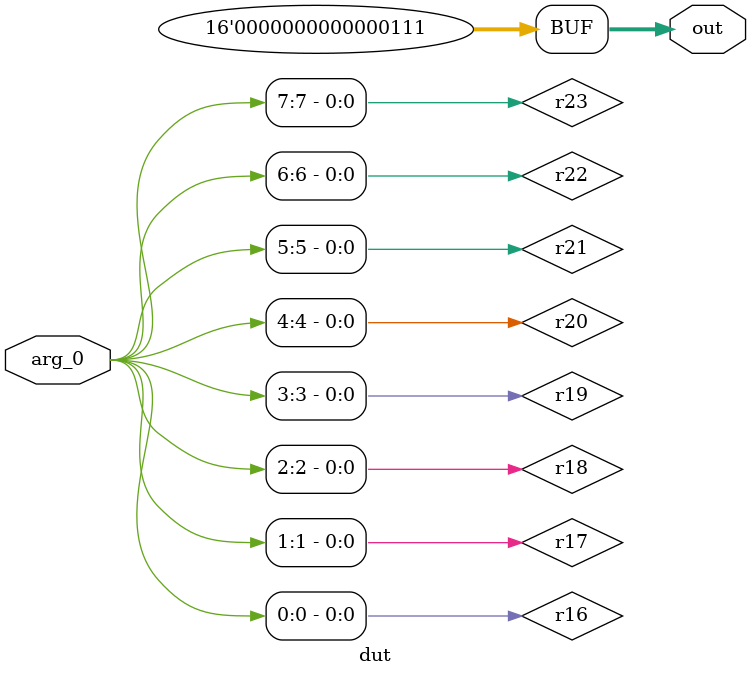
<source format=v>
module testbench();
    wire [15:0] out;
    reg [7:0] arg_0;
    dut t (.out(out),.arg_0(arg_0));
    initial begin
        arg_0 = 8'b00000000;
        #0;
        if (16'b0000000000000111 !== out) begin
            $display("ASSERTION FAILED 0x%0h !== 0x%0h CASE 0", 16'b0000000000000111, out);
            $finish;
        end
        arg_0 = 8'b00000001;
        #0;
        if (16'b0000000000000111 !== out) begin
            $display("ASSERTION FAILED 0x%0h !== 0x%0h CASE 1", 16'b0000000000000111, out);
            $finish;
        end
        arg_0 = 8'b00000010;
        #0;
        if (16'b0000000000000111 !== out) begin
            $display("ASSERTION FAILED 0x%0h !== 0x%0h CASE 2", 16'b0000000000000111, out);
            $finish;
        end
        arg_0 = 8'b00000011;
        #0;
        if (16'b0000000000000111 !== out) begin
            $display("ASSERTION FAILED 0x%0h !== 0x%0h CASE 3", 16'b0000000000000111, out);
            $finish;
        end
        arg_0 = 8'b00000100;
        #0;
        if (16'b0000000000000111 !== out) begin
            $display("ASSERTION FAILED 0x%0h !== 0x%0h CASE 4", 16'b0000000000000111, out);
            $finish;
        end
        arg_0 = 8'b00000101;
        #0;
        if (16'b0000000000000111 !== out) begin
            $display("ASSERTION FAILED 0x%0h !== 0x%0h CASE 5", 16'b0000000000000111, out);
            $finish;
        end
        arg_0 = 8'b00000110;
        #0;
        if (16'b0000000000000111 !== out) begin
            $display("ASSERTION FAILED 0x%0h !== 0x%0h CASE 6", 16'b0000000000000111, out);
            $finish;
        end
        arg_0 = 8'b00000111;
        #0;
        if (16'b0000000000000111 !== out) begin
            $display("ASSERTION FAILED 0x%0h !== 0x%0h CASE 7", 16'b0000000000000111, out);
            $finish;
        end
        arg_0 = 8'b00001000;
        #0;
        if (16'b0000000000000111 !== out) begin
            $display("ASSERTION FAILED 0x%0h !== 0x%0h CASE 8", 16'b0000000000000111, out);
            $finish;
        end
        arg_0 = 8'b00001001;
        #0;
        if (16'b0000000000000111 !== out) begin
            $display("ASSERTION FAILED 0x%0h !== 0x%0h CASE 9", 16'b0000000000000111, out);
            $finish;
        end
        arg_0 = 8'b00001010;
        #0;
        if (16'b0000000000000111 !== out) begin
            $display("ASSERTION FAILED 0x%0h !== 0x%0h CASE 10", 16'b0000000000000111, out);
            $finish;
        end
        arg_0 = 8'b00001011;
        #0;
        if (16'b0000000000000111 !== out) begin
            $display("ASSERTION FAILED 0x%0h !== 0x%0h CASE 11", 16'b0000000000000111, out);
            $finish;
        end
        arg_0 = 8'b00001100;
        #0;
        if (16'b0000000000000111 !== out) begin
            $display("ASSERTION FAILED 0x%0h !== 0x%0h CASE 12", 16'b0000000000000111, out);
            $finish;
        end
        arg_0 = 8'b00001101;
        #0;
        if (16'b0000000000000111 !== out) begin
            $display("ASSERTION FAILED 0x%0h !== 0x%0h CASE 13", 16'b0000000000000111, out);
            $finish;
        end
        arg_0 = 8'b00001110;
        #0;
        if (16'b0000000000000111 !== out) begin
            $display("ASSERTION FAILED 0x%0h !== 0x%0h CASE 14", 16'b0000000000000111, out);
            $finish;
        end
        arg_0 = 8'b00001111;
        #0;
        if (16'b0000000000000111 !== out) begin
            $display("ASSERTION FAILED 0x%0h !== 0x%0h CASE 15", 16'b0000000000000111, out);
            $finish;
        end
        arg_0 = 8'b00010000;
        #0;
        if (16'b0000000000000111 !== out) begin
            $display("ASSERTION FAILED 0x%0h !== 0x%0h CASE 16", 16'b0000000000000111, out);
            $finish;
        end
        arg_0 = 8'b00010001;
        #0;
        if (16'b0000000000000111 !== out) begin
            $display("ASSERTION FAILED 0x%0h !== 0x%0h CASE 17", 16'b0000000000000111, out);
            $finish;
        end
        arg_0 = 8'b00010010;
        #0;
        if (16'b0000000000000111 !== out) begin
            $display("ASSERTION FAILED 0x%0h !== 0x%0h CASE 18", 16'b0000000000000111, out);
            $finish;
        end
        arg_0 = 8'b00010011;
        #0;
        if (16'b0000000000000111 !== out) begin
            $display("ASSERTION FAILED 0x%0h !== 0x%0h CASE 19", 16'b0000000000000111, out);
            $finish;
        end
        arg_0 = 8'b00010100;
        #0;
        if (16'b0000000000000111 !== out) begin
            $display("ASSERTION FAILED 0x%0h !== 0x%0h CASE 20", 16'b0000000000000111, out);
            $finish;
        end
        arg_0 = 8'b00010101;
        #0;
        if (16'b0000000000000111 !== out) begin
            $display("ASSERTION FAILED 0x%0h !== 0x%0h CASE 21", 16'b0000000000000111, out);
            $finish;
        end
        arg_0 = 8'b00010110;
        #0;
        if (16'b0000000000000111 !== out) begin
            $display("ASSERTION FAILED 0x%0h !== 0x%0h CASE 22", 16'b0000000000000111, out);
            $finish;
        end
        arg_0 = 8'b00010111;
        #0;
        if (16'b0000000000000111 !== out) begin
            $display("ASSERTION FAILED 0x%0h !== 0x%0h CASE 23", 16'b0000000000000111, out);
            $finish;
        end
        arg_0 = 8'b00011000;
        #0;
        if (16'b0000000000000111 !== out) begin
            $display("ASSERTION FAILED 0x%0h !== 0x%0h CASE 24", 16'b0000000000000111, out);
            $finish;
        end
        arg_0 = 8'b00011001;
        #0;
        if (16'b0000000000000111 !== out) begin
            $display("ASSERTION FAILED 0x%0h !== 0x%0h CASE 25", 16'b0000000000000111, out);
            $finish;
        end
        arg_0 = 8'b00011010;
        #0;
        if (16'b0000000000000111 !== out) begin
            $display("ASSERTION FAILED 0x%0h !== 0x%0h CASE 26", 16'b0000000000000111, out);
            $finish;
        end
        arg_0 = 8'b00011011;
        #0;
        if (16'b0000000000000111 !== out) begin
            $display("ASSERTION FAILED 0x%0h !== 0x%0h CASE 27", 16'b0000000000000111, out);
            $finish;
        end
        arg_0 = 8'b00011100;
        #0;
        if (16'b0000000000000111 !== out) begin
            $display("ASSERTION FAILED 0x%0h !== 0x%0h CASE 28", 16'b0000000000000111, out);
            $finish;
        end
        arg_0 = 8'b00011101;
        #0;
        if (16'b0000000000000111 !== out) begin
            $display("ASSERTION FAILED 0x%0h !== 0x%0h CASE 29", 16'b0000000000000111, out);
            $finish;
        end
        arg_0 = 8'b00011110;
        #0;
        if (16'b0000000000000111 !== out) begin
            $display("ASSERTION FAILED 0x%0h !== 0x%0h CASE 30", 16'b0000000000000111, out);
            $finish;
        end
        arg_0 = 8'b00011111;
        #0;
        if (16'b0000000000000111 !== out) begin
            $display("ASSERTION FAILED 0x%0h !== 0x%0h CASE 31", 16'b0000000000000111, out);
            $finish;
        end
        arg_0 = 8'b00100000;
        #0;
        if (16'b0000000000000111 !== out) begin
            $display("ASSERTION FAILED 0x%0h !== 0x%0h CASE 32", 16'b0000000000000111, out);
            $finish;
        end
        arg_0 = 8'b00100001;
        #0;
        if (16'b0000000000000111 !== out) begin
            $display("ASSERTION FAILED 0x%0h !== 0x%0h CASE 33", 16'b0000000000000111, out);
            $finish;
        end
        arg_0 = 8'b00100010;
        #0;
        if (16'b0000000000000111 !== out) begin
            $display("ASSERTION FAILED 0x%0h !== 0x%0h CASE 34", 16'b0000000000000111, out);
            $finish;
        end
        arg_0 = 8'b00100011;
        #0;
        if (16'b0000000000000111 !== out) begin
            $display("ASSERTION FAILED 0x%0h !== 0x%0h CASE 35", 16'b0000000000000111, out);
            $finish;
        end
        arg_0 = 8'b00100100;
        #0;
        if (16'b0000000000000111 !== out) begin
            $display("ASSERTION FAILED 0x%0h !== 0x%0h CASE 36", 16'b0000000000000111, out);
            $finish;
        end
        arg_0 = 8'b00100101;
        #0;
        if (16'b0000000000000111 !== out) begin
            $display("ASSERTION FAILED 0x%0h !== 0x%0h CASE 37", 16'b0000000000000111, out);
            $finish;
        end
        arg_0 = 8'b00100110;
        #0;
        if (16'b0000000000000111 !== out) begin
            $display("ASSERTION FAILED 0x%0h !== 0x%0h CASE 38", 16'b0000000000000111, out);
            $finish;
        end
        arg_0 = 8'b00100111;
        #0;
        if (16'b0000000000000111 !== out) begin
            $display("ASSERTION FAILED 0x%0h !== 0x%0h CASE 39", 16'b0000000000000111, out);
            $finish;
        end
        arg_0 = 8'b00101000;
        #0;
        if (16'b0000000000000111 !== out) begin
            $display("ASSERTION FAILED 0x%0h !== 0x%0h CASE 40", 16'b0000000000000111, out);
            $finish;
        end
        arg_0 = 8'b00101001;
        #0;
        if (16'b0000000000000111 !== out) begin
            $display("ASSERTION FAILED 0x%0h !== 0x%0h CASE 41", 16'b0000000000000111, out);
            $finish;
        end
        arg_0 = 8'b00101010;
        #0;
        if (16'b0000000000000111 !== out) begin
            $display("ASSERTION FAILED 0x%0h !== 0x%0h CASE 42", 16'b0000000000000111, out);
            $finish;
        end
        arg_0 = 8'b00101011;
        #0;
        if (16'b0000000000000111 !== out) begin
            $display("ASSERTION FAILED 0x%0h !== 0x%0h CASE 43", 16'b0000000000000111, out);
            $finish;
        end
        arg_0 = 8'b00101100;
        #0;
        if (16'b0000000000000111 !== out) begin
            $display("ASSERTION FAILED 0x%0h !== 0x%0h CASE 44", 16'b0000000000000111, out);
            $finish;
        end
        arg_0 = 8'b00101101;
        #0;
        if (16'b0000000000000111 !== out) begin
            $display("ASSERTION FAILED 0x%0h !== 0x%0h CASE 45", 16'b0000000000000111, out);
            $finish;
        end
        arg_0 = 8'b00101110;
        #0;
        if (16'b0000000000000111 !== out) begin
            $display("ASSERTION FAILED 0x%0h !== 0x%0h CASE 46", 16'b0000000000000111, out);
            $finish;
        end
        arg_0 = 8'b00101111;
        #0;
        if (16'b0000000000000111 !== out) begin
            $display("ASSERTION FAILED 0x%0h !== 0x%0h CASE 47", 16'b0000000000000111, out);
            $finish;
        end
        arg_0 = 8'b00110000;
        #0;
        if (16'b0000000000000111 !== out) begin
            $display("ASSERTION FAILED 0x%0h !== 0x%0h CASE 48", 16'b0000000000000111, out);
            $finish;
        end
        arg_0 = 8'b00110001;
        #0;
        if (16'b0000000000000111 !== out) begin
            $display("ASSERTION FAILED 0x%0h !== 0x%0h CASE 49", 16'b0000000000000111, out);
            $finish;
        end
        arg_0 = 8'b00110010;
        #0;
        if (16'b0000000000000111 !== out) begin
            $display("ASSERTION FAILED 0x%0h !== 0x%0h CASE 50", 16'b0000000000000111, out);
            $finish;
        end
        arg_0 = 8'b00110011;
        #0;
        if (16'b0000000000000111 !== out) begin
            $display("ASSERTION FAILED 0x%0h !== 0x%0h CASE 51", 16'b0000000000000111, out);
            $finish;
        end
        arg_0 = 8'b00110100;
        #0;
        if (16'b0000000000000111 !== out) begin
            $display("ASSERTION FAILED 0x%0h !== 0x%0h CASE 52", 16'b0000000000000111, out);
            $finish;
        end
        arg_0 = 8'b00110101;
        #0;
        if (16'b0000000000000111 !== out) begin
            $display("ASSERTION FAILED 0x%0h !== 0x%0h CASE 53", 16'b0000000000000111, out);
            $finish;
        end
        arg_0 = 8'b00110110;
        #0;
        if (16'b0000000000000111 !== out) begin
            $display("ASSERTION FAILED 0x%0h !== 0x%0h CASE 54", 16'b0000000000000111, out);
            $finish;
        end
        arg_0 = 8'b00110111;
        #0;
        if (16'b0000000000000111 !== out) begin
            $display("ASSERTION FAILED 0x%0h !== 0x%0h CASE 55", 16'b0000000000000111, out);
            $finish;
        end
        arg_0 = 8'b00111000;
        #0;
        if (16'b0000000000000111 !== out) begin
            $display("ASSERTION FAILED 0x%0h !== 0x%0h CASE 56", 16'b0000000000000111, out);
            $finish;
        end
        arg_0 = 8'b00111001;
        #0;
        if (16'b0000000000000111 !== out) begin
            $display("ASSERTION FAILED 0x%0h !== 0x%0h CASE 57", 16'b0000000000000111, out);
            $finish;
        end
        arg_0 = 8'b00111010;
        #0;
        if (16'b0000000000000111 !== out) begin
            $display("ASSERTION FAILED 0x%0h !== 0x%0h CASE 58", 16'b0000000000000111, out);
            $finish;
        end
        arg_0 = 8'b00111011;
        #0;
        if (16'b0000000000000111 !== out) begin
            $display("ASSERTION FAILED 0x%0h !== 0x%0h CASE 59", 16'b0000000000000111, out);
            $finish;
        end
        arg_0 = 8'b00111100;
        #0;
        if (16'b0000000000000111 !== out) begin
            $display("ASSERTION FAILED 0x%0h !== 0x%0h CASE 60", 16'b0000000000000111, out);
            $finish;
        end
        arg_0 = 8'b00111101;
        #0;
        if (16'b0000000000000111 !== out) begin
            $display("ASSERTION FAILED 0x%0h !== 0x%0h CASE 61", 16'b0000000000000111, out);
            $finish;
        end
        arg_0 = 8'b00111110;
        #0;
        if (16'b0000000000000111 !== out) begin
            $display("ASSERTION FAILED 0x%0h !== 0x%0h CASE 62", 16'b0000000000000111, out);
            $finish;
        end
        arg_0 = 8'b00111111;
        #0;
        if (16'b0000000000000111 !== out) begin
            $display("ASSERTION FAILED 0x%0h !== 0x%0h CASE 63", 16'b0000000000000111, out);
            $finish;
        end
        arg_0 = 8'b01000000;
        #0;
        if (16'b0000000000000111 !== out) begin
            $display("ASSERTION FAILED 0x%0h !== 0x%0h CASE 64", 16'b0000000000000111, out);
            $finish;
        end
        arg_0 = 8'b01000001;
        #0;
        if (16'b0000000000000111 !== out) begin
            $display("ASSERTION FAILED 0x%0h !== 0x%0h CASE 65", 16'b0000000000000111, out);
            $finish;
        end
        arg_0 = 8'b01000010;
        #0;
        if (16'b0000000000000111 !== out) begin
            $display("ASSERTION FAILED 0x%0h !== 0x%0h CASE 66", 16'b0000000000000111, out);
            $finish;
        end
        arg_0 = 8'b01000011;
        #0;
        if (16'b0000000000000111 !== out) begin
            $display("ASSERTION FAILED 0x%0h !== 0x%0h CASE 67", 16'b0000000000000111, out);
            $finish;
        end
        arg_0 = 8'b01000100;
        #0;
        if (16'b0000000000000111 !== out) begin
            $display("ASSERTION FAILED 0x%0h !== 0x%0h CASE 68", 16'b0000000000000111, out);
            $finish;
        end
        arg_0 = 8'b01000101;
        #0;
        if (16'b0000000000000111 !== out) begin
            $display("ASSERTION FAILED 0x%0h !== 0x%0h CASE 69", 16'b0000000000000111, out);
            $finish;
        end
        arg_0 = 8'b01000110;
        #0;
        if (16'b0000000000000111 !== out) begin
            $display("ASSERTION FAILED 0x%0h !== 0x%0h CASE 70", 16'b0000000000000111, out);
            $finish;
        end
        arg_0 = 8'b01000111;
        #0;
        if (16'b0000000000000111 !== out) begin
            $display("ASSERTION FAILED 0x%0h !== 0x%0h CASE 71", 16'b0000000000000111, out);
            $finish;
        end
        arg_0 = 8'b01001000;
        #0;
        if (16'b0000000000000111 !== out) begin
            $display("ASSERTION FAILED 0x%0h !== 0x%0h CASE 72", 16'b0000000000000111, out);
            $finish;
        end
        arg_0 = 8'b01001001;
        #0;
        if (16'b0000000000000111 !== out) begin
            $display("ASSERTION FAILED 0x%0h !== 0x%0h CASE 73", 16'b0000000000000111, out);
            $finish;
        end
        arg_0 = 8'b01001010;
        #0;
        if (16'b0000000000000111 !== out) begin
            $display("ASSERTION FAILED 0x%0h !== 0x%0h CASE 74", 16'b0000000000000111, out);
            $finish;
        end
        arg_0 = 8'b01001011;
        #0;
        if (16'b0000000000000111 !== out) begin
            $display("ASSERTION FAILED 0x%0h !== 0x%0h CASE 75", 16'b0000000000000111, out);
            $finish;
        end
        arg_0 = 8'b01001100;
        #0;
        if (16'b0000000000000111 !== out) begin
            $display("ASSERTION FAILED 0x%0h !== 0x%0h CASE 76", 16'b0000000000000111, out);
            $finish;
        end
        arg_0 = 8'b01001101;
        #0;
        if (16'b0000000000000111 !== out) begin
            $display("ASSERTION FAILED 0x%0h !== 0x%0h CASE 77", 16'b0000000000000111, out);
            $finish;
        end
        arg_0 = 8'b01001110;
        #0;
        if (16'b0000000000000111 !== out) begin
            $display("ASSERTION FAILED 0x%0h !== 0x%0h CASE 78", 16'b0000000000000111, out);
            $finish;
        end
        arg_0 = 8'b01001111;
        #0;
        if (16'b0000000000000111 !== out) begin
            $display("ASSERTION FAILED 0x%0h !== 0x%0h CASE 79", 16'b0000000000000111, out);
            $finish;
        end
        arg_0 = 8'b01010000;
        #0;
        if (16'b0000000000000111 !== out) begin
            $display("ASSERTION FAILED 0x%0h !== 0x%0h CASE 80", 16'b0000000000000111, out);
            $finish;
        end
        arg_0 = 8'b01010001;
        #0;
        if (16'b0000000000000111 !== out) begin
            $display("ASSERTION FAILED 0x%0h !== 0x%0h CASE 81", 16'b0000000000000111, out);
            $finish;
        end
        arg_0 = 8'b01010010;
        #0;
        if (16'b0000000000000111 !== out) begin
            $display("ASSERTION FAILED 0x%0h !== 0x%0h CASE 82", 16'b0000000000000111, out);
            $finish;
        end
        arg_0 = 8'b01010011;
        #0;
        if (16'b0000000000000111 !== out) begin
            $display("ASSERTION FAILED 0x%0h !== 0x%0h CASE 83", 16'b0000000000000111, out);
            $finish;
        end
        arg_0 = 8'b01010100;
        #0;
        if (16'b0000000000000111 !== out) begin
            $display("ASSERTION FAILED 0x%0h !== 0x%0h CASE 84", 16'b0000000000000111, out);
            $finish;
        end
        arg_0 = 8'b01010101;
        #0;
        if (16'b0000000000000111 !== out) begin
            $display("ASSERTION FAILED 0x%0h !== 0x%0h CASE 85", 16'b0000000000000111, out);
            $finish;
        end
        arg_0 = 8'b01010110;
        #0;
        if (16'b0000000000000111 !== out) begin
            $display("ASSERTION FAILED 0x%0h !== 0x%0h CASE 86", 16'b0000000000000111, out);
            $finish;
        end
        arg_0 = 8'b01010111;
        #0;
        if (16'b0000000000000111 !== out) begin
            $display("ASSERTION FAILED 0x%0h !== 0x%0h CASE 87", 16'b0000000000000111, out);
            $finish;
        end
        arg_0 = 8'b01011000;
        #0;
        if (16'b0000000000000111 !== out) begin
            $display("ASSERTION FAILED 0x%0h !== 0x%0h CASE 88", 16'b0000000000000111, out);
            $finish;
        end
        arg_0 = 8'b01011001;
        #0;
        if (16'b0000000000000111 !== out) begin
            $display("ASSERTION FAILED 0x%0h !== 0x%0h CASE 89", 16'b0000000000000111, out);
            $finish;
        end
        arg_0 = 8'b01011010;
        #0;
        if (16'b0000000000000111 !== out) begin
            $display("ASSERTION FAILED 0x%0h !== 0x%0h CASE 90", 16'b0000000000000111, out);
            $finish;
        end
        arg_0 = 8'b01011011;
        #0;
        if (16'b0000000000000111 !== out) begin
            $display("ASSERTION FAILED 0x%0h !== 0x%0h CASE 91", 16'b0000000000000111, out);
            $finish;
        end
        arg_0 = 8'b01011100;
        #0;
        if (16'b0000000000000111 !== out) begin
            $display("ASSERTION FAILED 0x%0h !== 0x%0h CASE 92", 16'b0000000000000111, out);
            $finish;
        end
        arg_0 = 8'b01011101;
        #0;
        if (16'b0000000000000111 !== out) begin
            $display("ASSERTION FAILED 0x%0h !== 0x%0h CASE 93", 16'b0000000000000111, out);
            $finish;
        end
        arg_0 = 8'b01011110;
        #0;
        if (16'b0000000000000111 !== out) begin
            $display("ASSERTION FAILED 0x%0h !== 0x%0h CASE 94", 16'b0000000000000111, out);
            $finish;
        end
        arg_0 = 8'b01011111;
        #0;
        if (16'b0000000000000111 !== out) begin
            $display("ASSERTION FAILED 0x%0h !== 0x%0h CASE 95", 16'b0000000000000111, out);
            $finish;
        end
        arg_0 = 8'b01100000;
        #0;
        if (16'b0000000000000111 !== out) begin
            $display("ASSERTION FAILED 0x%0h !== 0x%0h CASE 96", 16'b0000000000000111, out);
            $finish;
        end
        arg_0 = 8'b01100001;
        #0;
        if (16'b0000000000000111 !== out) begin
            $display("ASSERTION FAILED 0x%0h !== 0x%0h CASE 97", 16'b0000000000000111, out);
            $finish;
        end
        arg_0 = 8'b01100010;
        #0;
        if (16'b0000000000000111 !== out) begin
            $display("ASSERTION FAILED 0x%0h !== 0x%0h CASE 98", 16'b0000000000000111, out);
            $finish;
        end
        arg_0 = 8'b01100011;
        #0;
        if (16'b0000000000000111 !== out) begin
            $display("ASSERTION FAILED 0x%0h !== 0x%0h CASE 99", 16'b0000000000000111, out);
            $finish;
        end
        arg_0 = 8'b01100100;
        #0;
        if (16'b0000000000000111 !== out) begin
            $display("ASSERTION FAILED 0x%0h !== 0x%0h CASE 100", 16'b0000000000000111, out);
            $finish;
        end
        arg_0 = 8'b01100101;
        #0;
        if (16'b0000000000000111 !== out) begin
            $display("ASSERTION FAILED 0x%0h !== 0x%0h CASE 101", 16'b0000000000000111, out);
            $finish;
        end
        arg_0 = 8'b01100110;
        #0;
        if (16'b0000000000000111 !== out) begin
            $display("ASSERTION FAILED 0x%0h !== 0x%0h CASE 102", 16'b0000000000000111, out);
            $finish;
        end
        arg_0 = 8'b01100111;
        #0;
        if (16'b0000000000000111 !== out) begin
            $display("ASSERTION FAILED 0x%0h !== 0x%0h CASE 103", 16'b0000000000000111, out);
            $finish;
        end
        arg_0 = 8'b01101000;
        #0;
        if (16'b0000000000000111 !== out) begin
            $display("ASSERTION FAILED 0x%0h !== 0x%0h CASE 104", 16'b0000000000000111, out);
            $finish;
        end
        arg_0 = 8'b01101001;
        #0;
        if (16'b0000000000000111 !== out) begin
            $display("ASSERTION FAILED 0x%0h !== 0x%0h CASE 105", 16'b0000000000000111, out);
            $finish;
        end
        arg_0 = 8'b01101010;
        #0;
        if (16'b0000000000000111 !== out) begin
            $display("ASSERTION FAILED 0x%0h !== 0x%0h CASE 106", 16'b0000000000000111, out);
            $finish;
        end
        arg_0 = 8'b01101011;
        #0;
        if (16'b0000000000000111 !== out) begin
            $display("ASSERTION FAILED 0x%0h !== 0x%0h CASE 107", 16'b0000000000000111, out);
            $finish;
        end
        arg_0 = 8'b01101100;
        #0;
        if (16'b0000000000000111 !== out) begin
            $display("ASSERTION FAILED 0x%0h !== 0x%0h CASE 108", 16'b0000000000000111, out);
            $finish;
        end
        arg_0 = 8'b01101101;
        #0;
        if (16'b0000000000000111 !== out) begin
            $display("ASSERTION FAILED 0x%0h !== 0x%0h CASE 109", 16'b0000000000000111, out);
            $finish;
        end
        arg_0 = 8'b01101110;
        #0;
        if (16'b0000000000000111 !== out) begin
            $display("ASSERTION FAILED 0x%0h !== 0x%0h CASE 110", 16'b0000000000000111, out);
            $finish;
        end
        arg_0 = 8'b01101111;
        #0;
        if (16'b0000000000000111 !== out) begin
            $display("ASSERTION FAILED 0x%0h !== 0x%0h CASE 111", 16'b0000000000000111, out);
            $finish;
        end
        arg_0 = 8'b01110000;
        #0;
        if (16'b0000000000000111 !== out) begin
            $display("ASSERTION FAILED 0x%0h !== 0x%0h CASE 112", 16'b0000000000000111, out);
            $finish;
        end
        arg_0 = 8'b01110001;
        #0;
        if (16'b0000000000000111 !== out) begin
            $display("ASSERTION FAILED 0x%0h !== 0x%0h CASE 113", 16'b0000000000000111, out);
            $finish;
        end
        arg_0 = 8'b01110010;
        #0;
        if (16'b0000000000000111 !== out) begin
            $display("ASSERTION FAILED 0x%0h !== 0x%0h CASE 114", 16'b0000000000000111, out);
            $finish;
        end
        arg_0 = 8'b01110011;
        #0;
        if (16'b0000000000000111 !== out) begin
            $display("ASSERTION FAILED 0x%0h !== 0x%0h CASE 115", 16'b0000000000000111, out);
            $finish;
        end
        arg_0 = 8'b01110100;
        #0;
        if (16'b0000000000000111 !== out) begin
            $display("ASSERTION FAILED 0x%0h !== 0x%0h CASE 116", 16'b0000000000000111, out);
            $finish;
        end
        arg_0 = 8'b01110101;
        #0;
        if (16'b0000000000000111 !== out) begin
            $display("ASSERTION FAILED 0x%0h !== 0x%0h CASE 117", 16'b0000000000000111, out);
            $finish;
        end
        arg_0 = 8'b01110110;
        #0;
        if (16'b0000000000000111 !== out) begin
            $display("ASSERTION FAILED 0x%0h !== 0x%0h CASE 118", 16'b0000000000000111, out);
            $finish;
        end
        arg_0 = 8'b01110111;
        #0;
        if (16'b0000000000000111 !== out) begin
            $display("ASSERTION FAILED 0x%0h !== 0x%0h CASE 119", 16'b0000000000000111, out);
            $finish;
        end
        arg_0 = 8'b01111000;
        #0;
        if (16'b0000000000000111 !== out) begin
            $display("ASSERTION FAILED 0x%0h !== 0x%0h CASE 120", 16'b0000000000000111, out);
            $finish;
        end
        arg_0 = 8'b01111001;
        #0;
        if (16'b0000000000000111 !== out) begin
            $display("ASSERTION FAILED 0x%0h !== 0x%0h CASE 121", 16'b0000000000000111, out);
            $finish;
        end
        arg_0 = 8'b01111010;
        #0;
        if (16'b0000000000000111 !== out) begin
            $display("ASSERTION FAILED 0x%0h !== 0x%0h CASE 122", 16'b0000000000000111, out);
            $finish;
        end
        arg_0 = 8'b01111011;
        #0;
        if (16'b0000000000000111 !== out) begin
            $display("ASSERTION FAILED 0x%0h !== 0x%0h CASE 123", 16'b0000000000000111, out);
            $finish;
        end
        arg_0 = 8'b01111100;
        #0;
        if (16'b0000000000000111 !== out) begin
            $display("ASSERTION FAILED 0x%0h !== 0x%0h CASE 124", 16'b0000000000000111, out);
            $finish;
        end
        arg_0 = 8'b01111101;
        #0;
        if (16'b0000000000000111 !== out) begin
            $display("ASSERTION FAILED 0x%0h !== 0x%0h CASE 125", 16'b0000000000000111, out);
            $finish;
        end
        arg_0 = 8'b01111110;
        #0;
        if (16'b0000000000000111 !== out) begin
            $display("ASSERTION FAILED 0x%0h !== 0x%0h CASE 126", 16'b0000000000000111, out);
            $finish;
        end
        arg_0 = 8'b01111111;
        #0;
        if (16'b0000000000000111 !== out) begin
            $display("ASSERTION FAILED 0x%0h !== 0x%0h CASE 127", 16'b0000000000000111, out);
            $finish;
        end
        arg_0 = 8'b10000000;
        #0;
        if (16'b0000000000000111 !== out) begin
            $display("ASSERTION FAILED 0x%0h !== 0x%0h CASE 128", 16'b0000000000000111, out);
            $finish;
        end
        arg_0 = 8'b10000001;
        #0;
        if (16'b0000000000000111 !== out) begin
            $display("ASSERTION FAILED 0x%0h !== 0x%0h CASE 129", 16'b0000000000000111, out);
            $finish;
        end
        arg_0 = 8'b10000010;
        #0;
        if (16'b0000000000000111 !== out) begin
            $display("ASSERTION FAILED 0x%0h !== 0x%0h CASE 130", 16'b0000000000000111, out);
            $finish;
        end
        arg_0 = 8'b10000011;
        #0;
        if (16'b0000000000000111 !== out) begin
            $display("ASSERTION FAILED 0x%0h !== 0x%0h CASE 131", 16'b0000000000000111, out);
            $finish;
        end
        arg_0 = 8'b10000100;
        #0;
        if (16'b0000000000000111 !== out) begin
            $display("ASSERTION FAILED 0x%0h !== 0x%0h CASE 132", 16'b0000000000000111, out);
            $finish;
        end
        arg_0 = 8'b10000101;
        #0;
        if (16'b0000000000000111 !== out) begin
            $display("ASSERTION FAILED 0x%0h !== 0x%0h CASE 133", 16'b0000000000000111, out);
            $finish;
        end
        arg_0 = 8'b10000110;
        #0;
        if (16'b0000000000000111 !== out) begin
            $display("ASSERTION FAILED 0x%0h !== 0x%0h CASE 134", 16'b0000000000000111, out);
            $finish;
        end
        arg_0 = 8'b10000111;
        #0;
        if (16'b0000000000000111 !== out) begin
            $display("ASSERTION FAILED 0x%0h !== 0x%0h CASE 135", 16'b0000000000000111, out);
            $finish;
        end
        arg_0 = 8'b10001000;
        #0;
        if (16'b0000000000000111 !== out) begin
            $display("ASSERTION FAILED 0x%0h !== 0x%0h CASE 136", 16'b0000000000000111, out);
            $finish;
        end
        arg_0 = 8'b10001001;
        #0;
        if (16'b0000000000000111 !== out) begin
            $display("ASSERTION FAILED 0x%0h !== 0x%0h CASE 137", 16'b0000000000000111, out);
            $finish;
        end
        arg_0 = 8'b10001010;
        #0;
        if (16'b0000000000000111 !== out) begin
            $display("ASSERTION FAILED 0x%0h !== 0x%0h CASE 138", 16'b0000000000000111, out);
            $finish;
        end
        arg_0 = 8'b10001011;
        #0;
        if (16'b0000000000000111 !== out) begin
            $display("ASSERTION FAILED 0x%0h !== 0x%0h CASE 139", 16'b0000000000000111, out);
            $finish;
        end
        arg_0 = 8'b10001100;
        #0;
        if (16'b0000000000000111 !== out) begin
            $display("ASSERTION FAILED 0x%0h !== 0x%0h CASE 140", 16'b0000000000000111, out);
            $finish;
        end
        arg_0 = 8'b10001101;
        #0;
        if (16'b0000000000000111 !== out) begin
            $display("ASSERTION FAILED 0x%0h !== 0x%0h CASE 141", 16'b0000000000000111, out);
            $finish;
        end
        arg_0 = 8'b10001110;
        #0;
        if (16'b0000000000000111 !== out) begin
            $display("ASSERTION FAILED 0x%0h !== 0x%0h CASE 142", 16'b0000000000000111, out);
            $finish;
        end
        arg_0 = 8'b10001111;
        #0;
        if (16'b0000000000000111 !== out) begin
            $display("ASSERTION FAILED 0x%0h !== 0x%0h CASE 143", 16'b0000000000000111, out);
            $finish;
        end
        arg_0 = 8'b10010000;
        #0;
        if (16'b0000000000000111 !== out) begin
            $display("ASSERTION FAILED 0x%0h !== 0x%0h CASE 144", 16'b0000000000000111, out);
            $finish;
        end
        arg_0 = 8'b10010001;
        #0;
        if (16'b0000000000000111 !== out) begin
            $display("ASSERTION FAILED 0x%0h !== 0x%0h CASE 145", 16'b0000000000000111, out);
            $finish;
        end
        arg_0 = 8'b10010010;
        #0;
        if (16'b0000000000000111 !== out) begin
            $display("ASSERTION FAILED 0x%0h !== 0x%0h CASE 146", 16'b0000000000000111, out);
            $finish;
        end
        arg_0 = 8'b10010011;
        #0;
        if (16'b0000000000000111 !== out) begin
            $display("ASSERTION FAILED 0x%0h !== 0x%0h CASE 147", 16'b0000000000000111, out);
            $finish;
        end
        arg_0 = 8'b10010100;
        #0;
        if (16'b0000000000000111 !== out) begin
            $display("ASSERTION FAILED 0x%0h !== 0x%0h CASE 148", 16'b0000000000000111, out);
            $finish;
        end
        arg_0 = 8'b10010101;
        #0;
        if (16'b0000000000000111 !== out) begin
            $display("ASSERTION FAILED 0x%0h !== 0x%0h CASE 149", 16'b0000000000000111, out);
            $finish;
        end
        arg_0 = 8'b10010110;
        #0;
        if (16'b0000000000000111 !== out) begin
            $display("ASSERTION FAILED 0x%0h !== 0x%0h CASE 150", 16'b0000000000000111, out);
            $finish;
        end
        arg_0 = 8'b10010111;
        #0;
        if (16'b0000000000000111 !== out) begin
            $display("ASSERTION FAILED 0x%0h !== 0x%0h CASE 151", 16'b0000000000000111, out);
            $finish;
        end
        arg_0 = 8'b10011000;
        #0;
        if (16'b0000000000000111 !== out) begin
            $display("ASSERTION FAILED 0x%0h !== 0x%0h CASE 152", 16'b0000000000000111, out);
            $finish;
        end
        arg_0 = 8'b10011001;
        #0;
        if (16'b0000000000000111 !== out) begin
            $display("ASSERTION FAILED 0x%0h !== 0x%0h CASE 153", 16'b0000000000000111, out);
            $finish;
        end
        arg_0 = 8'b10011010;
        #0;
        if (16'b0000000000000111 !== out) begin
            $display("ASSERTION FAILED 0x%0h !== 0x%0h CASE 154", 16'b0000000000000111, out);
            $finish;
        end
        arg_0 = 8'b10011011;
        #0;
        if (16'b0000000000000111 !== out) begin
            $display("ASSERTION FAILED 0x%0h !== 0x%0h CASE 155", 16'b0000000000000111, out);
            $finish;
        end
        arg_0 = 8'b10011100;
        #0;
        if (16'b0000000000000111 !== out) begin
            $display("ASSERTION FAILED 0x%0h !== 0x%0h CASE 156", 16'b0000000000000111, out);
            $finish;
        end
        arg_0 = 8'b10011101;
        #0;
        if (16'b0000000000000111 !== out) begin
            $display("ASSERTION FAILED 0x%0h !== 0x%0h CASE 157", 16'b0000000000000111, out);
            $finish;
        end
        arg_0 = 8'b10011110;
        #0;
        if (16'b0000000000000111 !== out) begin
            $display("ASSERTION FAILED 0x%0h !== 0x%0h CASE 158", 16'b0000000000000111, out);
            $finish;
        end
        arg_0 = 8'b10011111;
        #0;
        if (16'b0000000000000111 !== out) begin
            $display("ASSERTION FAILED 0x%0h !== 0x%0h CASE 159", 16'b0000000000000111, out);
            $finish;
        end
        arg_0 = 8'b10100000;
        #0;
        if (16'b0000000000000111 !== out) begin
            $display("ASSERTION FAILED 0x%0h !== 0x%0h CASE 160", 16'b0000000000000111, out);
            $finish;
        end
        arg_0 = 8'b10100001;
        #0;
        if (16'b0000000000000111 !== out) begin
            $display("ASSERTION FAILED 0x%0h !== 0x%0h CASE 161", 16'b0000000000000111, out);
            $finish;
        end
        arg_0 = 8'b10100010;
        #0;
        if (16'b0000000000000111 !== out) begin
            $display("ASSERTION FAILED 0x%0h !== 0x%0h CASE 162", 16'b0000000000000111, out);
            $finish;
        end
        arg_0 = 8'b10100011;
        #0;
        if (16'b0000000000000111 !== out) begin
            $display("ASSERTION FAILED 0x%0h !== 0x%0h CASE 163", 16'b0000000000000111, out);
            $finish;
        end
        arg_0 = 8'b10100100;
        #0;
        if (16'b0000000000000111 !== out) begin
            $display("ASSERTION FAILED 0x%0h !== 0x%0h CASE 164", 16'b0000000000000111, out);
            $finish;
        end
        arg_0 = 8'b10100101;
        #0;
        if (16'b0000000000000111 !== out) begin
            $display("ASSERTION FAILED 0x%0h !== 0x%0h CASE 165", 16'b0000000000000111, out);
            $finish;
        end
        arg_0 = 8'b10100110;
        #0;
        if (16'b0000000000000111 !== out) begin
            $display("ASSERTION FAILED 0x%0h !== 0x%0h CASE 166", 16'b0000000000000111, out);
            $finish;
        end
        arg_0 = 8'b10100111;
        #0;
        if (16'b0000000000000111 !== out) begin
            $display("ASSERTION FAILED 0x%0h !== 0x%0h CASE 167", 16'b0000000000000111, out);
            $finish;
        end
        arg_0 = 8'b10101000;
        #0;
        if (16'b0000000000000111 !== out) begin
            $display("ASSERTION FAILED 0x%0h !== 0x%0h CASE 168", 16'b0000000000000111, out);
            $finish;
        end
        arg_0 = 8'b10101001;
        #0;
        if (16'b0000000000000111 !== out) begin
            $display("ASSERTION FAILED 0x%0h !== 0x%0h CASE 169", 16'b0000000000000111, out);
            $finish;
        end
        arg_0 = 8'b10101010;
        #0;
        if (16'b0000000000000111 !== out) begin
            $display("ASSERTION FAILED 0x%0h !== 0x%0h CASE 170", 16'b0000000000000111, out);
            $finish;
        end
        arg_0 = 8'b10101011;
        #0;
        if (16'b0000000000000111 !== out) begin
            $display("ASSERTION FAILED 0x%0h !== 0x%0h CASE 171", 16'b0000000000000111, out);
            $finish;
        end
        arg_0 = 8'b10101100;
        #0;
        if (16'b0000000000000111 !== out) begin
            $display("ASSERTION FAILED 0x%0h !== 0x%0h CASE 172", 16'b0000000000000111, out);
            $finish;
        end
        arg_0 = 8'b10101101;
        #0;
        if (16'b0000000000000111 !== out) begin
            $display("ASSERTION FAILED 0x%0h !== 0x%0h CASE 173", 16'b0000000000000111, out);
            $finish;
        end
        arg_0 = 8'b10101110;
        #0;
        if (16'b0000000000000111 !== out) begin
            $display("ASSERTION FAILED 0x%0h !== 0x%0h CASE 174", 16'b0000000000000111, out);
            $finish;
        end
        arg_0 = 8'b10101111;
        #0;
        if (16'b0000000000000111 !== out) begin
            $display("ASSERTION FAILED 0x%0h !== 0x%0h CASE 175", 16'b0000000000000111, out);
            $finish;
        end
        arg_0 = 8'b10110000;
        #0;
        if (16'b0000000000000111 !== out) begin
            $display("ASSERTION FAILED 0x%0h !== 0x%0h CASE 176", 16'b0000000000000111, out);
            $finish;
        end
        arg_0 = 8'b10110001;
        #0;
        if (16'b0000000000000111 !== out) begin
            $display("ASSERTION FAILED 0x%0h !== 0x%0h CASE 177", 16'b0000000000000111, out);
            $finish;
        end
        arg_0 = 8'b10110010;
        #0;
        if (16'b0000000000000111 !== out) begin
            $display("ASSERTION FAILED 0x%0h !== 0x%0h CASE 178", 16'b0000000000000111, out);
            $finish;
        end
        arg_0 = 8'b10110011;
        #0;
        if (16'b0000000000000111 !== out) begin
            $display("ASSERTION FAILED 0x%0h !== 0x%0h CASE 179", 16'b0000000000000111, out);
            $finish;
        end
        arg_0 = 8'b10110100;
        #0;
        if (16'b0000000000000111 !== out) begin
            $display("ASSERTION FAILED 0x%0h !== 0x%0h CASE 180", 16'b0000000000000111, out);
            $finish;
        end
        arg_0 = 8'b10110101;
        #0;
        if (16'b0000000000000111 !== out) begin
            $display("ASSERTION FAILED 0x%0h !== 0x%0h CASE 181", 16'b0000000000000111, out);
            $finish;
        end
        arg_0 = 8'b10110110;
        #0;
        if (16'b0000000000000111 !== out) begin
            $display("ASSERTION FAILED 0x%0h !== 0x%0h CASE 182", 16'b0000000000000111, out);
            $finish;
        end
        arg_0 = 8'b10110111;
        #0;
        if (16'b0000000000000111 !== out) begin
            $display("ASSERTION FAILED 0x%0h !== 0x%0h CASE 183", 16'b0000000000000111, out);
            $finish;
        end
        arg_0 = 8'b10111000;
        #0;
        if (16'b0000000000000111 !== out) begin
            $display("ASSERTION FAILED 0x%0h !== 0x%0h CASE 184", 16'b0000000000000111, out);
            $finish;
        end
        arg_0 = 8'b10111001;
        #0;
        if (16'b0000000000000111 !== out) begin
            $display("ASSERTION FAILED 0x%0h !== 0x%0h CASE 185", 16'b0000000000000111, out);
            $finish;
        end
        arg_0 = 8'b10111010;
        #0;
        if (16'b0000000000000111 !== out) begin
            $display("ASSERTION FAILED 0x%0h !== 0x%0h CASE 186", 16'b0000000000000111, out);
            $finish;
        end
        arg_0 = 8'b10111011;
        #0;
        if (16'b0000000000000111 !== out) begin
            $display("ASSERTION FAILED 0x%0h !== 0x%0h CASE 187", 16'b0000000000000111, out);
            $finish;
        end
        arg_0 = 8'b10111100;
        #0;
        if (16'b0000000000000111 !== out) begin
            $display("ASSERTION FAILED 0x%0h !== 0x%0h CASE 188", 16'b0000000000000111, out);
            $finish;
        end
        arg_0 = 8'b10111101;
        #0;
        if (16'b0000000000000111 !== out) begin
            $display("ASSERTION FAILED 0x%0h !== 0x%0h CASE 189", 16'b0000000000000111, out);
            $finish;
        end
        arg_0 = 8'b10111110;
        #0;
        if (16'b0000000000000111 !== out) begin
            $display("ASSERTION FAILED 0x%0h !== 0x%0h CASE 190", 16'b0000000000000111, out);
            $finish;
        end
        arg_0 = 8'b10111111;
        #0;
        if (16'b0000000000000111 !== out) begin
            $display("ASSERTION FAILED 0x%0h !== 0x%0h CASE 191", 16'b0000000000000111, out);
            $finish;
        end
        arg_0 = 8'b11000000;
        #0;
        if (16'b0000000000000111 !== out) begin
            $display("ASSERTION FAILED 0x%0h !== 0x%0h CASE 192", 16'b0000000000000111, out);
            $finish;
        end
        arg_0 = 8'b11000001;
        #0;
        if (16'b0000000000000111 !== out) begin
            $display("ASSERTION FAILED 0x%0h !== 0x%0h CASE 193", 16'b0000000000000111, out);
            $finish;
        end
        arg_0 = 8'b11000010;
        #0;
        if (16'b0000000000000111 !== out) begin
            $display("ASSERTION FAILED 0x%0h !== 0x%0h CASE 194", 16'b0000000000000111, out);
            $finish;
        end
        arg_0 = 8'b11000011;
        #0;
        if (16'b0000000000000111 !== out) begin
            $display("ASSERTION FAILED 0x%0h !== 0x%0h CASE 195", 16'b0000000000000111, out);
            $finish;
        end
        arg_0 = 8'b11000100;
        #0;
        if (16'b0000000000000111 !== out) begin
            $display("ASSERTION FAILED 0x%0h !== 0x%0h CASE 196", 16'b0000000000000111, out);
            $finish;
        end
        arg_0 = 8'b11000101;
        #0;
        if (16'b0000000000000111 !== out) begin
            $display("ASSERTION FAILED 0x%0h !== 0x%0h CASE 197", 16'b0000000000000111, out);
            $finish;
        end
        arg_0 = 8'b11000110;
        #0;
        if (16'b0000000000000111 !== out) begin
            $display("ASSERTION FAILED 0x%0h !== 0x%0h CASE 198", 16'b0000000000000111, out);
            $finish;
        end
        arg_0 = 8'b11000111;
        #0;
        if (16'b0000000000000111 !== out) begin
            $display("ASSERTION FAILED 0x%0h !== 0x%0h CASE 199", 16'b0000000000000111, out);
            $finish;
        end
        arg_0 = 8'b11001000;
        #0;
        if (16'b0000000000000111 !== out) begin
            $display("ASSERTION FAILED 0x%0h !== 0x%0h CASE 200", 16'b0000000000000111, out);
            $finish;
        end
        arg_0 = 8'b11001001;
        #0;
        if (16'b0000000000000111 !== out) begin
            $display("ASSERTION FAILED 0x%0h !== 0x%0h CASE 201", 16'b0000000000000111, out);
            $finish;
        end
        arg_0 = 8'b11001010;
        #0;
        if (16'b0000000000000111 !== out) begin
            $display("ASSERTION FAILED 0x%0h !== 0x%0h CASE 202", 16'b0000000000000111, out);
            $finish;
        end
        arg_0 = 8'b11001011;
        #0;
        if (16'b0000000000000111 !== out) begin
            $display("ASSERTION FAILED 0x%0h !== 0x%0h CASE 203", 16'b0000000000000111, out);
            $finish;
        end
        arg_0 = 8'b11001100;
        #0;
        if (16'b0000000000000111 !== out) begin
            $display("ASSERTION FAILED 0x%0h !== 0x%0h CASE 204", 16'b0000000000000111, out);
            $finish;
        end
        arg_0 = 8'b11001101;
        #0;
        if (16'b0000000000000111 !== out) begin
            $display("ASSERTION FAILED 0x%0h !== 0x%0h CASE 205", 16'b0000000000000111, out);
            $finish;
        end
        arg_0 = 8'b11001110;
        #0;
        if (16'b0000000000000111 !== out) begin
            $display("ASSERTION FAILED 0x%0h !== 0x%0h CASE 206", 16'b0000000000000111, out);
            $finish;
        end
        arg_0 = 8'b11001111;
        #0;
        if (16'b0000000000000111 !== out) begin
            $display("ASSERTION FAILED 0x%0h !== 0x%0h CASE 207", 16'b0000000000000111, out);
            $finish;
        end
        arg_0 = 8'b11010000;
        #0;
        if (16'b0000000000000111 !== out) begin
            $display("ASSERTION FAILED 0x%0h !== 0x%0h CASE 208", 16'b0000000000000111, out);
            $finish;
        end
        arg_0 = 8'b11010001;
        #0;
        if (16'b0000000000000111 !== out) begin
            $display("ASSERTION FAILED 0x%0h !== 0x%0h CASE 209", 16'b0000000000000111, out);
            $finish;
        end
        arg_0 = 8'b11010010;
        #0;
        if (16'b0000000000000111 !== out) begin
            $display("ASSERTION FAILED 0x%0h !== 0x%0h CASE 210", 16'b0000000000000111, out);
            $finish;
        end
        arg_0 = 8'b11010011;
        #0;
        if (16'b0000000000000111 !== out) begin
            $display("ASSERTION FAILED 0x%0h !== 0x%0h CASE 211", 16'b0000000000000111, out);
            $finish;
        end
        arg_0 = 8'b11010100;
        #0;
        if (16'b0000000000000111 !== out) begin
            $display("ASSERTION FAILED 0x%0h !== 0x%0h CASE 212", 16'b0000000000000111, out);
            $finish;
        end
        arg_0 = 8'b11010101;
        #0;
        if (16'b0000000000000111 !== out) begin
            $display("ASSERTION FAILED 0x%0h !== 0x%0h CASE 213", 16'b0000000000000111, out);
            $finish;
        end
        arg_0 = 8'b11010110;
        #0;
        if (16'b0000000000000111 !== out) begin
            $display("ASSERTION FAILED 0x%0h !== 0x%0h CASE 214", 16'b0000000000000111, out);
            $finish;
        end
        arg_0 = 8'b11010111;
        #0;
        if (16'b0000000000000111 !== out) begin
            $display("ASSERTION FAILED 0x%0h !== 0x%0h CASE 215", 16'b0000000000000111, out);
            $finish;
        end
        arg_0 = 8'b11011000;
        #0;
        if (16'b0000000000000111 !== out) begin
            $display("ASSERTION FAILED 0x%0h !== 0x%0h CASE 216", 16'b0000000000000111, out);
            $finish;
        end
        arg_0 = 8'b11011001;
        #0;
        if (16'b0000000000000111 !== out) begin
            $display("ASSERTION FAILED 0x%0h !== 0x%0h CASE 217", 16'b0000000000000111, out);
            $finish;
        end
        arg_0 = 8'b11011010;
        #0;
        if (16'b0000000000000111 !== out) begin
            $display("ASSERTION FAILED 0x%0h !== 0x%0h CASE 218", 16'b0000000000000111, out);
            $finish;
        end
        arg_0 = 8'b11011011;
        #0;
        if (16'b0000000000000111 !== out) begin
            $display("ASSERTION FAILED 0x%0h !== 0x%0h CASE 219", 16'b0000000000000111, out);
            $finish;
        end
        arg_0 = 8'b11011100;
        #0;
        if (16'b0000000000000111 !== out) begin
            $display("ASSERTION FAILED 0x%0h !== 0x%0h CASE 220", 16'b0000000000000111, out);
            $finish;
        end
        arg_0 = 8'b11011101;
        #0;
        if (16'b0000000000000111 !== out) begin
            $display("ASSERTION FAILED 0x%0h !== 0x%0h CASE 221", 16'b0000000000000111, out);
            $finish;
        end
        arg_0 = 8'b11011110;
        #0;
        if (16'b0000000000000111 !== out) begin
            $display("ASSERTION FAILED 0x%0h !== 0x%0h CASE 222", 16'b0000000000000111, out);
            $finish;
        end
        arg_0 = 8'b11011111;
        #0;
        if (16'b0000000000000111 !== out) begin
            $display("ASSERTION FAILED 0x%0h !== 0x%0h CASE 223", 16'b0000000000000111, out);
            $finish;
        end
        arg_0 = 8'b11100000;
        #0;
        if (16'b0000000000000111 !== out) begin
            $display("ASSERTION FAILED 0x%0h !== 0x%0h CASE 224", 16'b0000000000000111, out);
            $finish;
        end
        arg_0 = 8'b11100001;
        #0;
        if (16'b0000000000000111 !== out) begin
            $display("ASSERTION FAILED 0x%0h !== 0x%0h CASE 225", 16'b0000000000000111, out);
            $finish;
        end
        arg_0 = 8'b11100010;
        #0;
        if (16'b0000000000000111 !== out) begin
            $display("ASSERTION FAILED 0x%0h !== 0x%0h CASE 226", 16'b0000000000000111, out);
            $finish;
        end
        arg_0 = 8'b11100011;
        #0;
        if (16'b0000000000000111 !== out) begin
            $display("ASSERTION FAILED 0x%0h !== 0x%0h CASE 227", 16'b0000000000000111, out);
            $finish;
        end
        arg_0 = 8'b11100100;
        #0;
        if (16'b0000000000000111 !== out) begin
            $display("ASSERTION FAILED 0x%0h !== 0x%0h CASE 228", 16'b0000000000000111, out);
            $finish;
        end
        arg_0 = 8'b11100101;
        #0;
        if (16'b0000000000000111 !== out) begin
            $display("ASSERTION FAILED 0x%0h !== 0x%0h CASE 229", 16'b0000000000000111, out);
            $finish;
        end
        arg_0 = 8'b11100110;
        #0;
        if (16'b0000000000000111 !== out) begin
            $display("ASSERTION FAILED 0x%0h !== 0x%0h CASE 230", 16'b0000000000000111, out);
            $finish;
        end
        arg_0 = 8'b11100111;
        #0;
        if (16'b0000000000000111 !== out) begin
            $display("ASSERTION FAILED 0x%0h !== 0x%0h CASE 231", 16'b0000000000000111, out);
            $finish;
        end
        arg_0 = 8'b11101000;
        #0;
        if (16'b0000000000000111 !== out) begin
            $display("ASSERTION FAILED 0x%0h !== 0x%0h CASE 232", 16'b0000000000000111, out);
            $finish;
        end
        arg_0 = 8'b11101001;
        #0;
        if (16'b0000000000000111 !== out) begin
            $display("ASSERTION FAILED 0x%0h !== 0x%0h CASE 233", 16'b0000000000000111, out);
            $finish;
        end
        arg_0 = 8'b11101010;
        #0;
        if (16'b0000000000000111 !== out) begin
            $display("ASSERTION FAILED 0x%0h !== 0x%0h CASE 234", 16'b0000000000000111, out);
            $finish;
        end
        arg_0 = 8'b11101011;
        #0;
        if (16'b0000000000000111 !== out) begin
            $display("ASSERTION FAILED 0x%0h !== 0x%0h CASE 235", 16'b0000000000000111, out);
            $finish;
        end
        arg_0 = 8'b11101100;
        #0;
        if (16'b0000000000000111 !== out) begin
            $display("ASSERTION FAILED 0x%0h !== 0x%0h CASE 236", 16'b0000000000000111, out);
            $finish;
        end
        arg_0 = 8'b11101101;
        #0;
        if (16'b0000000000000111 !== out) begin
            $display("ASSERTION FAILED 0x%0h !== 0x%0h CASE 237", 16'b0000000000000111, out);
            $finish;
        end
        arg_0 = 8'b11101110;
        #0;
        if (16'b0000000000000111 !== out) begin
            $display("ASSERTION FAILED 0x%0h !== 0x%0h CASE 238", 16'b0000000000000111, out);
            $finish;
        end
        arg_0 = 8'b11101111;
        #0;
        if (16'b0000000000000111 !== out) begin
            $display("ASSERTION FAILED 0x%0h !== 0x%0h CASE 239", 16'b0000000000000111, out);
            $finish;
        end
        arg_0 = 8'b11110000;
        #0;
        if (16'b0000000000000111 !== out) begin
            $display("ASSERTION FAILED 0x%0h !== 0x%0h CASE 240", 16'b0000000000000111, out);
            $finish;
        end
        arg_0 = 8'b11110001;
        #0;
        if (16'b0000000000000111 !== out) begin
            $display("ASSERTION FAILED 0x%0h !== 0x%0h CASE 241", 16'b0000000000000111, out);
            $finish;
        end
        arg_0 = 8'b11110010;
        #0;
        if (16'b0000000000000111 !== out) begin
            $display("ASSERTION FAILED 0x%0h !== 0x%0h CASE 242", 16'b0000000000000111, out);
            $finish;
        end
        arg_0 = 8'b11110011;
        #0;
        if (16'b0000000000000111 !== out) begin
            $display("ASSERTION FAILED 0x%0h !== 0x%0h CASE 243", 16'b0000000000000111, out);
            $finish;
        end
        arg_0 = 8'b11110100;
        #0;
        if (16'b0000000000000111 !== out) begin
            $display("ASSERTION FAILED 0x%0h !== 0x%0h CASE 244", 16'b0000000000000111, out);
            $finish;
        end
        arg_0 = 8'b11110101;
        #0;
        if (16'b0000000000000111 !== out) begin
            $display("ASSERTION FAILED 0x%0h !== 0x%0h CASE 245", 16'b0000000000000111, out);
            $finish;
        end
        arg_0 = 8'b11110110;
        #0;
        if (16'b0000000000000111 !== out) begin
            $display("ASSERTION FAILED 0x%0h !== 0x%0h CASE 246", 16'b0000000000000111, out);
            $finish;
        end
        arg_0 = 8'b11110111;
        #0;
        if (16'b0000000000000111 !== out) begin
            $display("ASSERTION FAILED 0x%0h !== 0x%0h CASE 247", 16'b0000000000000111, out);
            $finish;
        end
        arg_0 = 8'b11111000;
        #0;
        if (16'b0000000000000111 !== out) begin
            $display("ASSERTION FAILED 0x%0h !== 0x%0h CASE 248", 16'b0000000000000111, out);
            $finish;
        end
        arg_0 = 8'b11111001;
        #0;
        if (16'b0000000000000111 !== out) begin
            $display("ASSERTION FAILED 0x%0h !== 0x%0h CASE 249", 16'b0000000000000111, out);
            $finish;
        end
        arg_0 = 8'b11111010;
        #0;
        if (16'b0000000000000111 !== out) begin
            $display("ASSERTION FAILED 0x%0h !== 0x%0h CASE 250", 16'b0000000000000111, out);
            $finish;
        end
        arg_0 = 8'b11111011;
        #0;
        if (16'b0000000000000111 !== out) begin
            $display("ASSERTION FAILED 0x%0h !== 0x%0h CASE 251", 16'b0000000000000111, out);
            $finish;
        end
        arg_0 = 8'b11111100;
        #0;
        if (16'b0000000000000111 !== out) begin
            $display("ASSERTION FAILED 0x%0h !== 0x%0h CASE 252", 16'b0000000000000111, out);
            $finish;
        end
        arg_0 = 8'b11111101;
        #0;
        if (16'b0000000000000111 !== out) begin
            $display("ASSERTION FAILED 0x%0h !== 0x%0h CASE 253", 16'b0000000000000111, out);
            $finish;
        end
        arg_0 = 8'b11111110;
        #0;
        if (16'b0000000000000111 !== out) begin
            $display("ASSERTION FAILED 0x%0h !== 0x%0h CASE 254", 16'b0000000000000111, out);
            $finish;
        end
        arg_0 = 8'b11111111;
        #0;
        if (16'b0000000000000111 !== out) begin
            $display("ASSERTION FAILED 0x%0h !== 0x%0h CASE 255", 16'b0000000000000111, out);
            $finish;
        end
        $display("TESTBENCH OK", );
        $finish;
    end
endmodule
//
module dut(input wire [7:0] arg_0, output reg [15:0] out);
    reg [0:0] r16;
    reg [0:0] r17;
    reg [0:0] r18;
    reg [0:0] r19;
    reg [0:0] r20;
    reg [0:0] r21;
    reg [0:0] r22;
    reg [0:0] r23;
    initial begin
        r16 = arg_0[0];
        r17 = arg_0[1];
        r18 = arg_0[2];
        r19 = arg_0[3];
        r20 = arg_0[4];
        r21 = arg_0[5];
        r22 = arg_0[6];
        r23 = arg_0[7];
        // let _q = a;
        //
        // let _q = bits(6);
        //
        // let _q = bits(7);
        //
        // signal(_q)
        //
        out = { 1'b0, 1'b0, 1'b0, 1'b0, 1'b0, 1'b0, 1'b0, 1'b0, 1'b0, 1'b0, 1'b0, 1'b0, 1'b0, 1'b1, 1'b1, 1'b1 };
    end
endmodule

</source>
